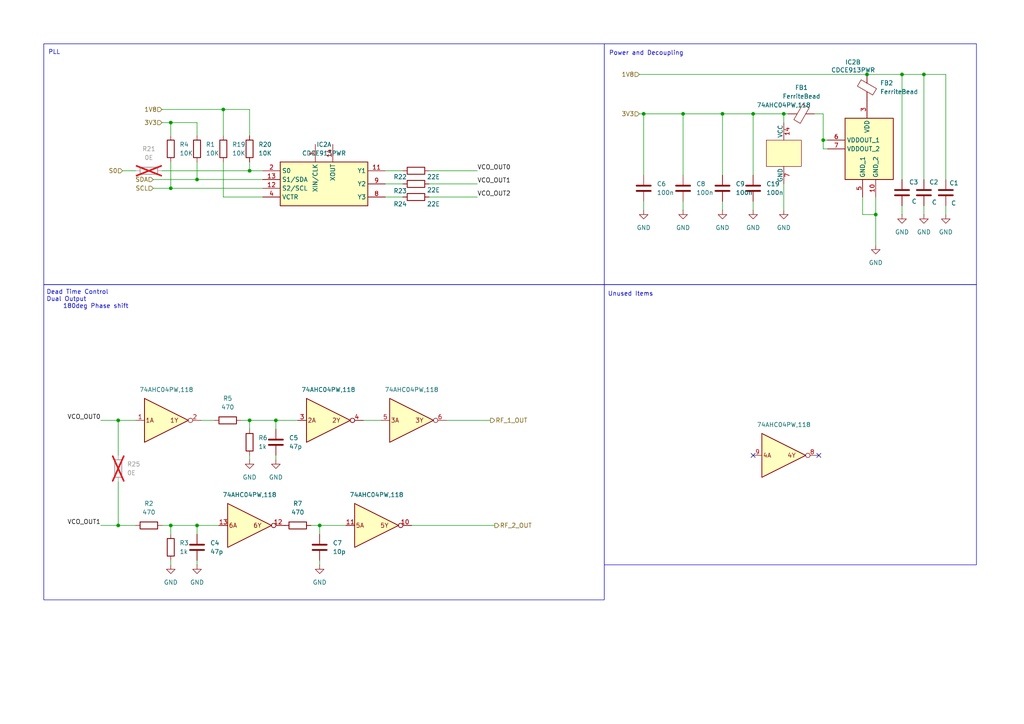
<source format=kicad_sch>
(kicad_sch (version 20250114) (generator "eeschema") (generator_version "9.0")
  (paper "A4")
  (title_block (title "Smart Deactivator SD04 Proto") (rev "0.01"))
  (lib_symbols
    (symbol "CDCE913PWR_1"
      (property "Reference" "IC" (at 31.75 7.62 0))
      (property "Value" "CDCE913PWR" (at 31.75 5.08 0))
      (symbol "CDCE913PWR_1_1_1"
        (rectangle (start 5.08 2.54) (end 30.48 -10.16) (stroke (width 0.254)) (fill (type background)))
        (pin passive line (at 0 0 0) (length 5.08) (name "S0") (number "2"))
        (pin passive line (at 0 -2.54 0) (length 5.08) (name "S1/SDA") (number "13"))
        (pin passive line (at 0 -5.08 0) (length 5.08) (name "S2/SCL") (number "12"))
        (pin passive line (at 0 -7.62 0) (length 5.08) (name "VCTR") (number "4"))
        (pin passive line (at 15.24 7.62 270) (length 5.08) (name "XIN/CLK") (number "1"))
        (pin passive line (at 20.32 7.62 270) (length 5.08) (name "XOUT") (number "14"))
        (pin passive line (at 35.56 0 180) (length 5.08) (name "Y1") (number "11"))
        (pin passive line (at 35.56 -3.81 180) (length 5.08) (name "Y2") (number "9"))
        (pin passive line (at 35.56 -7.62 180) (length 5.08) (name "Y3") (number "8"))
      )
      (symbol "CDCE913PWR_1_2_1"
        (rectangle (start 10.16 2.54) (end 24.13 -15.24) (stroke (width 0.254)) (fill (type background)))
        (pin passive line (at 5.08 -3.81 0) (length 5.08) (name "VDDOUT_1") (number "6"))
        (pin passive line (at 5.08 -6.35 0) (length 5.08) (name "VDDOUT_2") (number "7"))
        (pin passive line (at 15.24 -20.32 90) (length 5.08) (name "GND_1") (number "5"))
        (pin passive line (at 16.51 7.62 270) (length 5.08) (name "VDD") (number "3"))
        (pin passive line (at 19.05 -20.32 90) (length 5.08) (name "GND_2") (number "10"))
      )
    )
    (symbol "Device:C" (pin_numbers (hide yes)) (pin_names (offset 0.254))
      (property "Reference" "C" (at 0.635 2.54 0))
      (property "Value" "C" (at 0.635 -2.54 0))
      (symbol "C_0_1"
        (polyline (pts (xy -2.032 0.762) (xy 2.032 0.762)) (stroke (width 0.508)))
        (polyline (pts (xy -2.032 -0.762) (xy 2.032 -0.762)) (stroke (width 0.508)))
      )
      (symbol "C_1_1"
        (pin passive line (at 0 3.81 270) (length 2.794) (name "~") (number "1"))
        (pin passive line (at 0 -3.81 90) (length 2.794) (name "~") (number "2"))
      )
    )
    (symbol "Device:FerriteBead" (pin_numbers (hide yes)) (pin_names (offset 0))
      (property "Reference" "FB" (at -3.81 0.635 90))
      (property "Value" "FerriteBead" (at 3.81 0 90))
      (symbol "FerriteBead_0_1"
        (polyline (pts (xy -2.7686 0.4064) (xy -1.7018 2.2606) (xy 2.7686 -0.3048) (xy 1.6764 -2.159) (xy -2.7686 0.4064)))
        (polyline (pts (xy 0 1.27) (xy 0 1.2954)))
        (polyline (pts (xy 0 -1.27) (xy 0 -1.2192)))
      )
      (symbol "FerriteBead_1_1"
        (pin passive line (at 0 3.81 270) (length 2.54) (name "~") (number "1"))
        (pin passive line (at 0 -3.81 90) (length 2.54) (name "~") (number "2"))
      )
    )
    (symbol "Device:R" (pin_numbers (hide yes)) (pin_names (offset 0))
      (property "Reference" "R" (at 2.032 0 90))
      (property "Value" "R" (at 0 0 90))
      (symbol "R_0_1"
        (rectangle (start -1.016 -2.54) (end 1.016 2.54) (stroke (width 0.254)))
      )
      (symbol "R_1_1"
        (pin passive line (at 0 3.81 270) (length 1.27) (name "~") (number "1"))
        (pin passive line (at 0 -3.81 90) (length 1.27) (name "~") (number "2"))
      )
    )
    (symbol "SamacSys_Parts:74AHC04PW,118" (pin_names (offset 0)) (exclude_from_sim yes) (in_bom no) (on_board no)
      (property "Reference" "IC?" (at 28.448 2.54 0) (show_name))
      (property "Value" "74AHC04PW,118" (at 28.448 -11.43 0))
      (symbol "74AHC04PW,118_1_1"
        (polyline (pts (xy 21.59 1.27) (xy 21.59 -11.43) (xy 34.29 -5.08) (xy 21.59 1.27)) (stroke (width 0.254)) (fill (type background)))
        (text "1A" (at 23.114 -5.08 0) (effects (font (size 1.27 1.27))))
        (text "1Y" (at 30.226 -5.08 0) (effects (font (size 1.27 1.27))))
        (pin input line (at 19.05 -5.08 0) (length 2.54) (name "~") (number "1"))
        (pin output inverted (at 38.1 -5.08 180) (length 3.81) (name "~") (number "2"))
      )
      (symbol "74AHC04PW,118_2_1"
        (polyline (pts (xy 21.59 1.27) (xy 21.59 -11.43) (xy 34.29 -5.08) (xy 21.59 1.27)) (stroke (width 0.254)) (fill (type background)))
        (text "2A" (at 23.114 -5.08 0) (effects (font (size 1.27 1.27))))
        (text "2Y" (at 30.226 -5.08 0) (effects (font (size 1.27 1.27))))
        (pin input line (at 19.05 -5.08 0) (length 2.54) (name "~") (number "3"))
        (pin output inverted (at 38.1 -5.08 180) (length 3.81) (name "~") (number "4"))
      )
      (symbol "74AHC04PW,118_3_1"
        (polyline (pts (xy 21.59 1.27) (xy 21.59 -11.43) (xy 34.29 -5.08) (xy 21.59 1.27)) (stroke (width 0.254)) (fill (type background)))
        (text "3A" (at 23.114 -5.08 0) (effects (font (size 1.27 1.27))))
        (text "3Y" (at 30.226 -5.08 0) (effects (font (size 1.27 1.27))))
        (pin input line (at 19.05 -5.08 0) (length 2.54) (name "~") (number "5"))
        (pin output inverted (at 38.1 -5.08 180) (length 3.81) (name "~") (number "6"))
      )
      (symbol "74AHC04PW,118_4_1"
        (polyline (pts (xy 21.59 1.27) (xy 21.59 -11.43) (xy 34.29 -5.08) (xy 21.59 1.27)) (stroke (width 0.254)) (fill (type background)))
        (text "4A" (at 23.114 -5.08 0) (effects (font (size 1.27 1.27))))
        (text "4Y" (at 30.226 -5.08 0) (effects (font (size 1.27 1.27))))
        (pin input line (at 19.05 -5.08 0) (length 2.54) (name "~") (number "9"))
        (pin output inverted (at 38.1 -5.08 180) (length 3.81) (name "~") (number "8"))
      )
      (symbol "74AHC04PW,118_5_1"
        (polyline (pts (xy 21.59 1.27) (xy 21.59 -11.43) (xy 34.29 -5.08) (xy 21.59 1.27)) (stroke (width 0.254)) (fill (type background)))
        (text "5A" (at 23.114 -5.08 0) (effects (font (size 1.27 1.27))))
        (text "5Y" (at 30.226 -5.08 0) (effects (font (size 1.27 1.27))))
        (pin input line (at 19.05 -5.08 0) (length 2.54) (name "~") (number "11"))
        (pin output inverted (at 38.1 -5.08 180) (length 3.81) (name "~") (number "10"))
      )
      (symbol "74AHC04PW,118_6_1"
        (polyline (pts (xy 21.59 1.27) (xy 21.59 -11.43) (xy 34.29 -5.08) (xy 21.59 1.27)) (stroke (width 0.254)) (fill (type background)))
        (text "6A" (at 23.114 -5.08 0) (effects (font (size 1.27 1.27))))
        (text "6Y" (at 30.226 -5.08 0) (effects (font (size 1.27 1.27))))
        (pin input line (at 19.05 -5.08 0) (length 2.54) (name "~") (number "13"))
        (pin output inverted (at 38.1 -5.08 180) (length 3.81) (name "~") (number "12"))
      )
      (symbol "74AHC04PW,118_7_1"
        (rectangle (start 21.59 -1.27) (end 31.75 -8.89) (fill (type background)))
        (pin power_in line (at 26.67 3.81 270) (length 5.08) (name "VCC") (number "14"))
        (pin power_in line (at 26.67 -13.97 90) (length 5.08) (name "GND") (number "7"))
      )
    )
    (symbol "SamacSys_Parts:CDCE913PWR"
      (property "Reference" "IC" (at 31.75 7.62 0))
      (property "Value" "CDCE913PWR" (at 31.75 5.08 0))
      (symbol "CDCE913PWR_1_1"
        (rectangle (start 5.08 2.54) (end 30.48 -10.16) (stroke (width 0.254)) (fill (type background)))
        (pin passive line (at 0 0 0) (length 5.08) (name "S0") (number "2"))
        (pin passive line (at 0 -2.54 0) (length 5.08) (name "S1/SDA") (number "13"))
        (pin passive line (at 0 -5.08 0) (length 5.08) (name "S2/SCL") (number "12"))
        (pin passive line (at 0 -7.62 0) (length 5.08) (name "VCTR") (number "4"))
        (pin passive line (at 15.24 7.62 270) (length 5.08) (name "XIN/CLK") (number "1"))
        (pin passive line (at 20.32 7.62 270) (length 5.08) (name "XOUT") (number "14"))
        (pin passive line (at 35.56 0 180) (length 5.08) (name "Y1") (number "11"))
        (pin passive line (at 35.56 -3.81 180) (length 5.08) (name "Y2") (number "9"))
        (pin passive line (at 35.56 -7.62 180) (length 5.08) (name "Y3") (number "8"))
      )
      (symbol "CDCE913PWR_2_1"
        (rectangle (start 10.16 2.54) (end 24.13 -15.24) (stroke (width 0.254)) (fill (type background)))
        (pin passive line (at 5.08 -3.81 0) (length 5.08) (name "VDDOUT_1") (number "6"))
        (pin passive line (at 5.08 -6.35 0) (length 5.08) (name "VDDOUT_2") (number "7"))
        (pin passive line (at 15.24 -20.32 90) (length 5.08) (name "GND_1") (number "5"))
        (pin passive line (at 16.51 7.62 270) (length 5.08) (name "VDD") (number "3"))
        (pin passive line (at 19.05 -20.32 90) (length 5.08) (name "GND_2") (number "10"))
      )
    )
    (symbol "power:GND" (power) (pin_numbers (hide yes)) (pin_names (offset 0) (hide yes))
      (property "Value" "GND" (at 0 -3.81 0))
      (symbol "GND_0_1"
        (polyline (pts (xy 0 0) (xy 0 -1.27) (xy 1.27 -1.27) (xy 0 -2.54) (xy -1.27 -1.27) (xy 0 -1.27)))
      )
      (symbol "GND_1_1"
        (pin power_in line (at 0 0 270) (length 0) (name "~") (number "1"))
      )
    )
  )
  (rectangle (start 175.26 82.55) (end 283.21 163.83))
  (rectangle (start 12.7 82.55) (end 175.26 173.99))
  (rectangle (start 175.26 12.7) (end 283.21 82.55))
  (rectangle (start 12.7 12.7) (end 175.26 82.55))
  (text "Dead Time Control\nDual Output\n	180deg Phase shift\n" (at 13.462 86.868 0) (effects (font (size 1.27 1.27)) (justify left)))
  (text "Power and Decoupling" (at 187.452 15.494 0) (effects (font (size 1.27 1.27))))
  (text "Unused Items" (at 182.88 85.344 0) (effects (font (size 1.27 1.27))))
  (text "PLL" (at 15.748 15.24 0) (effects (font (size 1.27 1.27))))
  (junction (at 64.77 31.75))
  (junction (at 57.15 152.4))
  (junction (at 218.44 33.02))
  (junction (at 49.53 35.56))
  (junction (at 34.29 152.4))
  (junction (at 227.33 33.02))
  (junction (at 238.76 40.64))
  (junction (at 49.53 54.61))
  (junction (at 34.29 121.92))
  (junction (at 254 62.23))
  (junction (at 80.01 121.92))
  (junction (at 267.97 21.59))
  (junction (at 186.69 33.02))
  (junction (at 209.55 33.02))
  (junction (at 49.53 152.4))
  (junction (at 261.62 21.59))
  (junction (at 72.39 121.92))
  (junction (at 251.46 21.59))
  (junction (at 92.71 152.4))
  (junction (at 72.39 49.53))
  (junction (at 198.12 33.02))
  (junction (at 57.15 52.07))
  (no_connect (at 218.44 132.08))
  (no_connect (at 237.49 132.08))
  (wire (pts (xy 111.76 57.15) (xy 116.84 57.15)))
  (wire (pts (xy 111.76 49.53) (xy 116.84 49.53)))
  (wire (pts (xy 227.33 33.02) (xy 228.6 33.02)))
  (wire (pts (xy 57.15 154.94) (xy 57.15 152.4)))
  (wire (pts (xy 111.76 53.34) (xy 116.84 53.34)))
  (wire (pts (xy 57.15 46.99) (xy 57.15 52.07)))
  (wire (pts (xy 92.71 152.4) (xy 100.33 152.4)))
  (wire (pts (xy 261.62 21.59) (xy 251.46 21.59)))
  (wire (pts (xy 105.41 121.92) (xy 110.49 121.92)))
  (wire (pts (xy 35.56 49.53) (xy 39.37 49.53)))
  (wire (pts (xy 240.03 43.18) (xy 238.76 43.18)))
  (wire (pts (xy 49.53 152.4) (xy 57.15 152.4)))
  (wire (pts (xy 64.77 57.15) (xy 76.2 57.15)))
  (wire (pts (xy 58.42 121.92) (xy 62.23 121.92)))
  (wire (pts (xy 261.62 59.69) (xy 261.62 62.23)))
  (wire (pts (xy 29.21 121.92) (xy 34.29 121.92)))
  (wire (pts (xy 72.39 31.75) (xy 72.39 39.37)))
  (wire (pts (xy 64.77 39.37) (xy 64.77 31.75)))
  (wire (pts (xy 90.17 152.4) (xy 92.71 152.4)))
  (wire (pts (xy 198.12 33.02) (xy 198.12 50.8)))
  (wire (pts (xy 57.15 152.4) (xy 63.5 152.4)))
  (wire (pts (xy 80.01 124.46) (xy 80.01 121.92)))
  (wire (pts (xy 57.15 162.56) (xy 57.15 163.83)))
  (wire (pts (xy 64.77 31.75) (xy 72.39 31.75)))
  (wire (pts (xy 44.45 52.07) (xy 57.15 52.07)))
  (wire (pts (xy 49.53 39.37) (xy 49.53 35.56)))
  (wire (pts (xy 267.97 59.69) (xy 267.97 62.23)))
  (wire (pts (xy 218.44 33.02) (xy 227.33 33.02)))
  (wire (pts (xy 124.46 57.15) (xy 138.43 57.15)))
  (wire (pts (xy 186.69 58.42) (xy 186.69 60.96)))
  (wire (pts (xy 49.53 54.61) (xy 76.2 54.61)))
  (wire (pts (xy 119.38 152.4) (xy 143.51 152.4)))
  (wire (pts (xy 124.46 53.34) (xy 138.43 53.34)))
  (wire (pts (xy 72.39 132.08) (xy 72.39 133.35)))
  (wire (pts (xy 57.15 35.56) (xy 57.15 39.37)))
  (wire (pts (xy 238.76 33.02) (xy 238.76 40.64)))
  (wire (pts (xy 185.42 21.59) (xy 251.46 21.59)))
  (wire (pts (xy 34.29 121.92) (xy 39.37 121.92)))
  (wire (pts (xy 46.99 35.56) (xy 49.53 35.56)))
  (wire (pts (xy 227.33 33.02) (xy 227.33 35.56)))
  (wire (pts (xy 238.76 40.64) (xy 240.03 40.64)))
  (wire (pts (xy 34.29 121.92) (xy 34.29 132.08)))
  (wire (pts (xy 250.19 62.23) (xy 254 62.23)))
  (wire (pts (xy 72.39 49.53) (xy 76.2 49.53)))
  (wire (pts (xy 254 57.15) (xy 254 62.23)))
  (wire (pts (xy 34.29 139.7) (xy 34.29 152.4)))
  (wire (pts (xy 49.53 162.56) (xy 49.53 163.83)))
  (wire (pts (xy 209.55 33.02) (xy 209.55 50.8)))
  (wire (pts (xy 80.01 121.92) (xy 86.36 121.92)))
  (wire (pts (xy 186.69 33.02) (xy 198.12 33.02)))
  (wire (pts (xy 72.39 121.92) (xy 72.39 124.46)))
  (wire (pts (xy 72.39 46.99) (xy 72.39 49.53)))
  (wire (pts (xy 49.53 152.4) (xy 49.53 154.94)))
  (wire (pts (xy 198.12 58.42) (xy 198.12 60.96)))
  (wire (pts (xy 64.77 46.99) (xy 64.77 57.15)))
  (wire (pts (xy 218.44 58.42) (xy 218.44 60.96)))
  (wire (pts (xy 44.45 54.61) (xy 49.53 54.61)))
  (wire (pts (xy 92.71 162.56) (xy 92.71 163.83)))
  (wire (pts (xy 34.29 152.4) (xy 39.37 152.4)))
  (wire (pts (xy 254 62.23) (xy 254 71.12)))
  (wire (pts (xy 236.22 33.02) (xy 238.76 33.02)))
  (wire (pts (xy 80.01 132.08) (xy 80.01 133.35)))
  (wire (pts (xy 250.19 57.15) (xy 250.19 62.23)))
  (wire (pts (xy 238.76 40.64) (xy 238.76 43.18)))
  (wire (pts (xy 261.62 52.07) (xy 261.62 21.59)))
  (wire (pts (xy 274.32 59.69) (xy 274.32 62.23)))
  (wire (pts (xy 129.54 121.92) (xy 142.24 121.92)))
  (wire (pts (xy 29.21 152.4) (xy 34.29 152.4)))
  (wire (pts (xy 92.71 152.4) (xy 92.71 154.94)))
  (wire (pts (xy 209.55 58.42) (xy 209.55 60.96)))
  (wire (pts (xy 46.99 31.75) (xy 64.77 31.75)))
  (wire (pts (xy 57.15 52.07) (xy 76.2 52.07)))
  (wire (pts (xy 198.12 33.02) (xy 209.55 33.02)))
  (wire (pts (xy 227.33 53.34) (xy 227.33 60.96)))
  (wire (pts (xy 209.55 33.02) (xy 218.44 33.02)))
  (wire (pts (xy 124.46 49.53) (xy 138.43 49.53)))
  (wire (pts (xy 218.44 33.02) (xy 218.44 50.8)))
  (wire (pts (xy 267.97 21.59) (xy 261.62 21.59)))
  (wire (pts (xy 72.39 121.92) (xy 80.01 121.92)))
  (wire (pts (xy 185.42 33.02) (xy 186.69 33.02)))
  (wire (pts (xy 49.53 35.56) (xy 57.15 35.56)))
  (wire (pts (xy 274.32 52.07) (xy 274.32 21.59)))
  (wire (pts (xy 274.32 21.59) (xy 267.97 21.59)))
  (wire (pts (xy 49.53 46.99) (xy 49.53 54.61)))
  (wire (pts (xy 46.99 49.53) (xy 72.39 49.53)))
  (wire (pts (xy 267.97 52.07) (xy 267.97 21.59)))
  (wire (pts (xy 186.69 50.8) (xy 186.69 33.02)))
  (wire (pts (xy 46.99 152.4) (xy 49.53 152.4)))
  (wire (pts (xy 69.85 121.92) (xy 72.39 121.92)))
  (label "VCO_OUT0" (at 138.43 49.53 0))
  (label "VCO_OUT2" (at 138.43 57.15 0))
  (label "VCO_OUT0" (at 29.21 121.92 180))
  (label "VCO_OUT1" (at 138.43 53.34 0))
  (label "VCO_OUT1" (at 29.21 152.4 180))
  (hierarchical_label "3V3" (shape input) (at 46.99 35.56 180))
  (hierarchical_label "SCL" (shape input) (at 44.45 54.61 180))
  (hierarchical_label "RF_1_OUT" (shape output) (at 142.24 121.92 0))
  (hierarchical_label "1V8" (shape input) (at 46.99 31.75 180))
  (hierarchical_label "SDA" (shape input) (at 44.45 52.07 180))
  (hierarchical_label "3V3" (shape input) (at 185.42 33.02 180))
  (hierarchical_label "S0" (shape input) (at 35.56 49.53 180))
  (hierarchical_label "1V8" (shape input) (at 185.42 21.59 180))
  (hierarchical_label "RF_2_OUT" (shape output) (at 143.51 152.4 0))
  (symbol (lib_id "Device:C") (at 80.01 128.27 180) (unit 1)
    (property "Reference" "C5" (at 83.82 126.9999 0) (effects (justify right)))
    (property "Value" "47p" (at 83.82 129.5399 0) (effects (justify right)))
    (property "Description" "Unpolarized capacitor" (effects (hide yes)))
  )
  (symbol (lib_id "power:GND") (at 92.71 163.83 0) (unit 1)
    (property "Reference" "#PWR010" (effects (hide yes)))
    (property "Value" "GND" (at 92.71 168.91 0))
    (property "Description" "Power symbol creates a global label with name \"GND\" , ground" (effects (hide yes)))
  )
  (symbol (lib_id "Device:R") (at 120.65 57.15 90) (unit 1)
    (property "Reference" "R24" (at 116.078 59.182 90))
    (property "Value" "22E" (at 125.73 59.182 90))
    (property "Description" "Resistor" (effects (hide yes)))
  )
  (symbol (lib_id "Device:R") (at 66.04 121.92 90) (unit 1)
    (property "Reference" "R5" (at 66.04 115.57 90))
    (property "Value" "470" (at 66.04 118.11 90))
    (property "Description" "Resistor" (effects (hide yes)))
  )
  (symbol (lib_id "SamacSys_Parts:74AHC04PW,118") (at 67.31 116.84 0) (unit 2) (in_bom no)
    (property "Reference" "IC1" (effects (hide yes)))
    (property "Value" "74AHC04PW,118" (at 95.25 113.03 0))
    (property "Footprint" "SOP65P640X110-14N" (effects (hide yes)))
    (property "Datasheet" "https://assets.nexperia.com/documents/data-sheet/74AHC_AHCT04.pdf" (effects (hide yes)))
    (property "Description" "74AHC(T)04 - hex inverter@en-us" (effects (hide yes)))
    (property "Height" "1.1" (effects (hide yes)))
    (property "Manufacturer_Name" "Nexperia" (effects (hide yes)))
    (property "Manufacturer_Part_Number" "74AHC04PW,118" (effects (hide yes)))
    (property "Mouser Part Number" "771-AHC04PW118" (effects (hide yes)))
    (property "Mouser Price/Stock" "https://www.mouser.co.uk/ProductDetail/Nexperia/74AHC04PW118?qs=P62ublwmbi%2FFq01vg0%252B6Ww%3D%3D" (effects (hide yes)))
    (property "Arrow Part Number" "74AHC04PW,118" (effects (hide yes)))
    (property "Arrow Price/Stock" "https://www.arrow.com/en/products/74ahc04pw118/nexperia?region=nac" (effects (hide yes)))
  )
  (symbol (lib_id "Device:R") (at 120.65 53.34 90) (unit 1)
    (property "Reference" "R23" (at 116.078 55.372 90))
    (property "Value" "22E" (at 125.73 55.118 90))
    (property "Description" "Resistor" (effects (hide yes)))
  )
  (symbol (lib_id "power:GND") (at 254 71.12 0) (unit 1)
    (property "Reference" "#PWR013" (effects (hide yes)))
    (property "Value" "GND" (at 254 76.2 0))
    (property "Description" "Power symbol creates a global label with name \"GND\" , ground" (effects (hide yes)))
  )
  (symbol (lib_id "Device:R") (at 72.39 43.18 0) (unit 1)
    (property "Reference" "R20" (at 74.93 41.9099 0) (effects (justify left)))
    (property "Value" "10K" (at 74.93 44.4499 0) (effects (justify left)))
    (property "Description" "Resistor" (effects (hide yes)))
  )
  (symbol (lib_id "SamacSys_Parts:74AHC04PW,118") (at 20.32 116.84 0) (unit 1) (in_bom no)
    (property "Reference" "IC1" (effects (hide yes)))
    (property "Value" "74AHC04PW,118" (at 48.26 113.03 0))
    (property "Footprint" "SOP65P640X110-14N" (effects (hide yes)))
    (property "Datasheet" "https://assets.nexperia.com/documents/data-sheet/74AHC_AHCT04.pdf" (effects (hide yes)))
    (property "Description" "74AHC(T)04 - hex inverter@en-us" (effects (hide yes)))
    (property "Height" "1.1" (effects (hide yes)))
    (property "Manufacturer_Name" "Nexperia" (effects (hide yes)))
    (property "Manufacturer_Part_Number" "74AHC04PW,118" (effects (hide yes)))
    (property "Mouser Part Number" "771-AHC04PW118" (effects (hide yes)))
    (property "Mouser Price/Stock" "https://www.mouser.co.uk/ProductDetail/Nexperia/74AHC04PW118?qs=P62ublwmbi%2FFq01vg0%252B6Ww%3D%3D" (effects (hide yes)))
    (property "Arrow Part Number" "74AHC04PW,118" (effects (hide yes)))
    (property "Arrow Price/Stock" "https://www.arrow.com/en/products/74ahc04pw118/nexperia?region=nac" (effects (hide yes)))
  )
  (symbol (lib_name "CDCE913PWR_1") (lib_id "SamacSys_Parts:CDCE913PWR") (at 234.95 36.83 0) (unit 2)
    (property "Reference" "IC2" (at 245.11 18.034 0) (effects (justify left)))
    (property "Value" "CDCE913PWR" (at 241.046 20.32 0) (effects (justify left)))
    (property "Footprint" "SOP65P640X120-14N" (effects (hide yes)))
    (property "Datasheet" "http://www.ti.com/lit/gpn/CDCE913" (effects (hide yes)))
    (property "Description" "Programmable 1-PLL VCXO Clock Synthesizer with 2.5-V or 3.3-V LVCMOS Outputs" (effects (hide yes)))
    (property "Height" "1.2" (effects (hide yes)))
    (property "Mouser Part Number" "595-CDCE913PWR" (effects (hide yes)))
    (property "Mouser Price/Stock" "https://www.mouser.co.uk/ProductDetail/Texas-Instruments/CDCE913PWR?qs=EkVHNy6q9HMj0zTKiXh%252BDQ%3D%3D" (effects (hide yes)))
    (property "Manufacturer_Name" "Texas Instruments" (effects (hide yes)))
    (property "Manufacturer_Part_Number" "CDCE913PWR" (effects (hide yes)))
  )
  (symbol (lib_id "Device:FerriteBead") (at 251.46 25.4 0) (unit 1)
    (property "Reference" "FB2" (at 255.27 24.0791 0) (effects (justify left)))
    (property "Value" "FerriteBead" (at 255.27 26.6191 0) (effects (justify left)))
    (property "Description" "Ferrite bead" (effects (hide yes)))
  )
  (symbol (lib_id "power:GND") (at 267.97 62.23 0) (unit 1)
    (property "Reference" "#PWR034" (effects (hide yes)))
    (property "Value" "GND" (at 267.97 67.31 0))
    (property "Description" "Power symbol creates a global label with name \"GND\" , ground" (effects (hide yes)))
  )
  (symbol (lib_id "Device:C") (at 209.55 54.61 0) (unit 1)
    (property "Reference" "C9" (at 213.36 53.3399 0) (effects (justify left)))
    (property "Value" "100n" (at 213.36 55.8799 0) (effects (justify left)))
    (property "Description" "Unpolarized capacitor" (effects (hide yes)))
    (property "Placement" "IC2 VCC decoupling 2" (effects (hide yes)))
  )
  (symbol (lib_id "power:GND") (at 80.01 133.35 0) (unit 1)
    (property "Reference" "#PWR08" (effects (hide yes)))
    (property "Value" "GND" (at 80.01 138.43 0))
    (property "Description" "Power symbol creates a global label with name \"GND\" , ground" (effects (hide yes)))
  )
  (symbol (lib_id "Device:R") (at 43.18 49.53 90) (unit 1) (dnp yes)
    (property "Reference" "R21" (at 43.18 43.18 90))
    (property "Value" "0E" (at 43.18 45.72 90))
    (property "Description" "Resistor" (effects (hide yes)))
  )
  (symbol (lib_id "power:GND") (at 261.62 62.23 0) (unit 1)
    (property "Reference" "#PWR035" (effects (hide yes)))
    (property "Value" "GND" (at 261.62 67.31 0))
    (property "Description" "Power symbol creates a global label with name \"GND\" , ground" (effects (hide yes)))
  )
  (symbol (lib_id "power:GND") (at 274.32 62.23 0) (unit 1)
    (property "Reference" "#PWR033" (effects (hide yes)))
    (property "Value" "GND" (at 274.32 67.31 0))
    (property "Description" "Power symbol creates a global label with name \"GND\" , ground" (effects (hide yes)))
  )
  (symbol (lib_id "SamacSys_Parts:CDCE913PWR") (at 76.2 49.53 0) (unit 1)
    (property "Reference" "IC2" (at 93.98 41.91 0))
    (property "Value" "CDCE913PWR" (at 93.98 44.45 0))
    (property "Footprint" "SOP65P640X120-14N" (effects (hide yes)))
    (property "Datasheet" "http://www.ti.com/lit/gpn/CDCE913" (effects (hide yes)))
    (property "Description" "Programmable 1-PLL VCXO Clock Synthesizer with 2.5-V or 3.3-V LVCMOS Outputs" (effects (hide yes)))
    (property "Height" "1.2" (effects (hide yes)))
    (property "Mouser Part Number" "595-CDCE913PWR" (effects (hide yes)))
    (property "Mouser Price/Stock" "https://www.mouser.co.uk/ProductDetail/Texas-Instruments/CDCE913PWR?qs=EkVHNy6q9HMj0zTKiXh%252BDQ%3D%3D" (effects (hide yes)))
    (property "Manufacturer_Name" "Texas Instruments" (effects (hide yes)))
    (property "Manufacturer_Part_Number" "CDCE913PWR" (effects (hide yes)))
  )
  (symbol (lib_id "Device:C") (at 186.69 54.61 0) (unit 1)
    (property "Reference" "C6" (at 190.5 53.3399 0) (effects (justify left)))
    (property "Value" "100n" (at 190.5 55.8799 0) (effects (justify left)))
    (property "Description" "Unpolarized capacitor" (effects (hide yes)))
    (property "Placement" "IC2 VCC decoupling 1" (effects (hide yes)))
  )
  (symbol (lib_id "power:GND") (at 49.53 163.83 0) (unit 1)
    (property "Reference" "#PWR04" (effects (hide yes)))
    (property "Value" "GND" (at 49.53 168.91 0))
    (property "Description" "Power symbol creates a global label with name \"GND\" , ground" (effects (hide yes)))
  )
  (symbol (lib_id "power:GND") (at 198.12 60.96 0) (unit 1)
    (property "Reference" "#PWR011" (effects (hide yes)))
    (property "Value" "GND" (at 198.12 66.04 0))
    (property "Description" "Power symbol creates a global label with name \"GND\" , ground" (effects (hide yes)))
  )
  (symbol (lib_id "Device:C") (at 92.71 158.75 180) (unit 1)
    (property "Reference" "C7" (at 96.52 157.4799 0) (effects (justify right)))
    (property "Value" "10p" (at 96.52 160.0199 0) (effects (justify right)))
    (property "Description" "Unpolarized capacitor" (effects (hide yes)))
  )
  (symbol (lib_id "SamacSys_Parts:74AHC04PW,118") (at 44.45 147.32 0) (unit 6) (in_bom no)
    (property "Reference" "IC1" (effects (hide yes)))
    (property "Value" "74AHC04PW,118" (at 72.39 143.51 0))
    (property "Footprint" "SOP65P640X110-14N" (effects (hide yes)))
    (property "Datasheet" "https://assets.nexperia.com/documents/data-sheet/74AHC_AHCT04.pdf" (effects (hide yes)))
    (property "Description" "74AHC(T)04 - hex inverter@en-us" (effects (hide yes)))
    (property "Height" "1.1" (effects (hide yes)))
    (property "Manufacturer_Name" "Nexperia" (effects (hide yes)))
    (property "Manufacturer_Part_Number" "74AHC04PW,118" (effects (hide yes)))
    (property "Mouser Part Number" "771-AHC04PW118" (effects (hide yes)))
    (property "Mouser Price/Stock" "https://www.mouser.co.uk/ProductDetail/Nexperia/74AHC04PW118?qs=P62ublwmbi%2FFq01vg0%252B6Ww%3D%3D" (effects (hide yes)))
    (property "Arrow Part Number" "74AHC04PW,118" (effects (hide yes)))
    (property "Arrow Price/Stock" "https://www.arrow.com/en/products/74ahc04pw118/nexperia?region=nac" (effects (hide yes)))
  )
  (symbol (lib_id "Device:R") (at 49.53 43.18 0) (unit 1)
    (property "Reference" "R4" (at 52.07 41.9099 0) (effects (justify left)))
    (property "Value" "10K" (at 52.07 44.4499 0) (effects (justify left)))
    (property "Description" "Resistor" (effects (hide yes)))
  )
  (symbol (lib_id "SamacSys_Parts:74AHC04PW,118") (at 91.44 116.84 0) (unit 3) (in_bom no)
    (property "Reference" "IC1" (effects (hide yes)))
    (property "Value" "74AHC04PW,118" (at 119.38 113.03 0))
    (property "Footprint" "SOP65P640X110-14N" (effects (hide yes)))
    (property "Datasheet" "https://assets.nexperia.com/documents/data-sheet/74AHC_AHCT04.pdf" (effects (hide yes)))
    (property "Description" "74AHC(T)04 - hex inverter@en-us" (effects (hide yes)))
    (property "Height" "1.1" (effects (hide yes)))
    (property "Manufacturer_Name" "Nexperia" (effects (hide yes)))
    (property "Manufacturer_Part_Number" "74AHC04PW,118" (effects (hide yes)))
    (property "Mouser Part Number" "771-AHC04PW118" (effects (hide yes)))
    (property "Mouser Price/Stock" "https://www.mouser.co.uk/ProductDetail/Nexperia/74AHC04PW118?qs=P62ublwmbi%2FFq01vg0%252B6Ww%3D%3D" (effects (hide yes)))
    (property "Arrow Part Number" "74AHC04PW,118" (effects (hide yes)))
    (property "Arrow Price/Stock" "https://www.arrow.com/en/products/74ahc04pw118/nexperia?region=nac" (effects (hide yes)))
  )
  (symbol (lib_id "power:GND") (at 218.44 60.96 0) (unit 1)
    (property "Reference" "#PWR036" (effects (hide yes)))
    (property "Value" "GND" (at 218.44 66.04 0))
    (property "Description" "Power symbol creates a global label with name \"GND\" , ground" (effects (hide yes)))
  )
  (symbol (lib_id "Device:C") (at 261.62 55.88 0) (unit 1)
    (property "Reference" "C3" (at 263.652 52.832 0) (effects (justify left)))
    (property "Value" "C" (at 264.414 58.42 0) (effects (justify left)))
    (property "Description" "Unpolarized capacitor" (effects (hide yes)))
  )
  (symbol (lib_id "power:GND") (at 186.69 60.96 0) (unit 1)
    (property "Reference" "#PWR09" (effects (hide yes)))
    (property "Value" "GND" (at 186.69 66.04 0))
    (property "Description" "Power symbol creates a global label with name \"GND\" , ground" (effects (hide yes)))
  )
  (symbol (lib_id "Device:C") (at 218.44 54.61 0) (unit 1)
    (property "Reference" "C19" (at 222.25 53.3399 0) (effects (justify left)))
    (property "Value" "100n" (at 222.25 55.8799 0) (effects (justify left)))
    (property "Description" "Unpolarized capacitor" (effects (hide yes)))
    (property "Placement" "IC2 VCC decoupling 3" (effects (hide yes)))
  )
  (symbol (lib_id "Device:C") (at 57.15 158.75 180) (unit 1)
    (property "Reference" "C4" (at 60.96 157.4799 0) (effects (justify right)))
    (property "Value" "47p" (at 60.96 160.0199 0) (effects (justify right)))
    (property "Description" "Unpolarized capacitor" (effects (hide yes)))
  )
  (symbol (lib_id "SamacSys_Parts:74AHC04PW,118") (at 199.39 127 0) (unit 4) (in_bom no)
    (property "Reference" "IC1" (effects (hide yes)))
    (property "Value" "74AHC04PW,118" (at 227.33 123.19 0))
    (property "Footprint" "SOP65P640X110-14N" (effects (hide yes)))
    (property "Datasheet" "https://assets.nexperia.com/documents/data-sheet/74AHC_AHCT04.pdf" (effects (hide yes)))
    (property "Description" "74AHC(T)04 - hex inverter@en-us" (effects (hide yes)))
    (property "Height" "1.1" (effects (hide yes)))
    (property "Manufacturer_Name" "Nexperia" (effects (hide yes)))
    (property "Manufacturer_Part_Number" "74AHC04PW,118" (effects (hide yes)))
    (property "Mouser Part Number" "771-AHC04PW118" (effects (hide yes)))
    (property "Mouser Price/Stock" "https://www.mouser.co.uk/ProductDetail/Nexperia/74AHC04PW118?qs=P62ublwmbi%2FFq01vg0%252B6Ww%3D%3D" (effects (hide yes)))
    (property "Arrow Part Number" "74AHC04PW,118" (effects (hide yes)))
    (property "Arrow Price/Stock" "https://www.arrow.com/en/products/74ahc04pw118/nexperia?region=nac" (effects (hide yes)))
  )
  (symbol (lib_id "Device:R") (at 57.15 43.18 0) (unit 1)
    (property "Reference" "R1" (at 59.69 41.9099 0) (effects (justify left)))
    (property "Value" "10K" (at 59.69 44.4499 0) (effects (justify left)))
    (property "Description" "Resistor" (effects (hide yes)))
  )
  (symbol (lib_id "Device:R") (at 43.18 152.4 90) (unit 1)
    (property "Reference" "R2" (at 43.18 146.05 90))
    (property "Value" "470" (at 43.18 148.59 90))
    (property "Description" "Resistor" (effects (hide yes)))
  )
  (symbol (lib_id "SamacSys_Parts:74AHC04PW,118") (at 200.66 39.37 0) (unit 7) (in_bom no)
    (property "Reference" "IC1" (effects (hide yes)))
    (property "Value" "74AHC04PW,118" (at 219.456 30.48 0) (effects (justify left)))
    (property "Footprint" "SOP65P640X110-14N" (effects (hide yes)))
    (property "Datasheet" "https://assets.nexperia.com/documents/data-sheet/74AHC_AHCT04.pdf" (effects (hide yes)))
    (property "Description" "74AHC(T)04 - hex inverter@en-us" (effects (hide yes)))
    (property "Height" "1.1" (effects (hide yes)))
    (property "Manufacturer_Name" "Nexperia" (effects (hide yes)))
    (property "Manufacturer_Part_Number" "74AHC04PW,118" (effects (hide yes)))
    (property "Mouser Part Number" "771-AHC04PW118" (effects (hide yes)))
    (property "Mouser Price/Stock" "https://www.mouser.co.uk/ProductDetail/Nexperia/74AHC04PW118?qs=P62ublwmbi%2FFq01vg0%252B6Ww%3D%3D" (effects (hide yes)))
    (property "Arrow Part Number" "74AHC04PW,118" (effects (hide yes)))
    (property "Arrow Price/Stock" "https://www.arrow.com/en/products/74ahc04pw118/nexperia?region=nac" (effects (hide yes)))
  )
  (symbol (lib_id "SamacSys_Parts:74AHC04PW,118") (at 81.28 147.32 0) (unit 5) (in_bom no)
    (property "Reference" "IC1" (effects (hide yes)))
    (property "Value" "74AHC04PW,118" (at 109.22 143.51 0))
    (property "Footprint" "SOP65P640X110-14N" (effects (hide yes)))
    (property "Datasheet" "https://assets.nexperia.com/documents/data-sheet/74AHC_AHCT04.pdf" (effects (hide yes)))
    (property "Description" "74AHC(T)04 - hex inverter@en-us" (effects (hide yes)))
    (property "Height" "1.1" (effects (hide yes)))
    (property "Manufacturer_Name" "Nexperia" (effects (hide yes)))
    (property "Manufacturer_Part_Number" "74AHC04PW,118" (effects (hide yes)))
    (property "Mouser Part Number" "771-AHC04PW118" (effects (hide yes)))
    (property "Mouser Price/Stock" "https://www.mouser.co.uk/ProductDetail/Nexperia/74AHC04PW118?qs=P62ublwmbi%2FFq01vg0%252B6Ww%3D%3D" (effects (hide yes)))
    (property "Arrow Part Number" "74AHC04PW,118" (effects (hide yes)))
    (property "Arrow Price/Stock" "https://www.arrow.com/en/products/74ahc04pw118/nexperia?region=nac" (effects (hide yes)))
  )
  (symbol (lib_id "power:GND") (at 227.33 60.96 0) (unit 1)
    (property "Reference" "#PWR012" (effects (hide yes)))
    (property "Value" "GND" (at 227.33 66.04 0))
    (property "Description" "Power symbol creates a global label with name \"GND\" , ground" (effects (hide yes)))
  )
  (symbol (lib_id "Device:R") (at 86.36 152.4 90) (unit 1)
    (property "Reference" "R7" (at 86.36 146.05 90))
    (property "Value" "470" (at 86.36 148.59 90))
    (property "Description" "Resistor" (effects (hide yes)))
  )
  (symbol (lib_id "Device:FerriteBead") (at 232.41 33.02 270) (unit 1)
    (property "Reference" "FB1" (at 232.4608 25.4 90))
    (property "Value" "FerriteBead" (at 232.4608 27.94 90))
    (property "Description" "Ferrite bead" (effects (hide yes)))
  )
  (symbol (lib_id "power:GND") (at 209.55 60.96 0) (unit 1)
    (property "Reference" "#PWR014" (effects (hide yes)))
    (property "Value" "GND" (at 209.55 66.04 0))
    (property "Description" "Power symbol creates a global label with name \"GND\" , ground" (effects (hide yes)))
  )
  (symbol (lib_id "Device:R") (at 72.39 128.27 0) (unit 1)
    (property "Reference" "R6" (at 74.93 126.9999 0) (effects (justify left)))
    (property "Value" "1k" (at 74.93 129.5399 0) (effects (justify left)))
    (property "Description" "Resistor" (effects (hide yes)))
  )
  (symbol (lib_id "power:GND") (at 57.15 163.83 0) (unit 1)
    (property "Reference" "#PWR05" (effects (hide yes)))
    (property "Value" "GND" (at 57.15 168.91 0))
    (property "Description" "Power symbol creates a global label with name \"GND\" , ground" (effects (hide yes)))
  )
  (symbol (lib_id "Device:C") (at 198.12 54.61 0) (unit 1)
    (property "Reference" "C8" (at 201.93 53.3399 0) (effects (justify left)))
    (property "Value" "100n" (at 201.93 55.8799 0) (effects (justify left)))
    (property "Description" "Unpolarized capacitor" (effects (hide yes)))
    (property "Placement" "IC1 VCC decoupling" (effects (hide yes)))
  )
  (symbol (lib_id "Device:R") (at 64.77 43.18 0) (unit 1)
    (property "Reference" "R19" (at 67.31 41.9099 0) (effects (justify left)))
    (property "Value" "10K" (at 67.31 44.4499 0) (effects (justify left)))
    (property "Description" "Resistor" (effects (hide yes)))
  )
  (symbol (lib_id "Device:R") (at 49.53 158.75 0) (unit 1)
    (property "Reference" "R3" (at 52.07 157.4799 0) (effects (justify left)))
    (property "Value" "1k" (at 52.07 160.0199 0) (effects (justify left)))
    (property "Description" "Resistor" (effects (hide yes)))
  )
  (symbol (lib_id "Device:R") (at 34.29 135.89 0) (unit 1) (dnp yes)
    (property "Reference" "R25" (at 36.83 134.6199 0) (effects (justify left)))
    (property "Value" "0E" (at 36.83 137.1599 0) (effects (justify left)))
    (property "Description" "Resistor" (effects (hide yes)))
  )
  (symbol (lib_id "Device:C") (at 267.97 55.88 0) (unit 1)
    (property "Reference" "C2" (at 269.494 52.832 0) (effects (justify left)))
    (property "Value" "C" (at 270.256 58.674 0) (effects (justify left)))
    (property "Description" "Unpolarized capacitor" (effects (hide yes)))
  )
  (symbol (lib_id "power:GND") (at 72.39 133.35 0) (unit 1)
    (property "Reference" "#PWR07" (effects (hide yes)))
    (property "Value" "GND" (at 72.39 138.43 0))
    (property "Description" "Power symbol creates a global label with name \"GND\" , ground" (effects (hide yes)))
  )
  (symbol (lib_id "Device:R") (at 120.65 49.53 90) (unit 1)
    (property "Reference" "R22" (at 116.078 51.308 90))
    (property "Value" "22E" (at 125.73 51.308 90))
    (property "Description" "Resistor" (effects (hide yes)))
  )
  (symbol (lib_id "Device:C") (at 274.32 55.88 0) (unit 1)
    (property "Reference" "C1" (at 275.336 53.086 0) (effects (justify left)))
    (property "Value" "C" (at 275.844 58.928 0) (effects (justify left)))
    (property "Description" "Unpolarized capacitor" (effects (hide yes)))
  )
)
</source>
